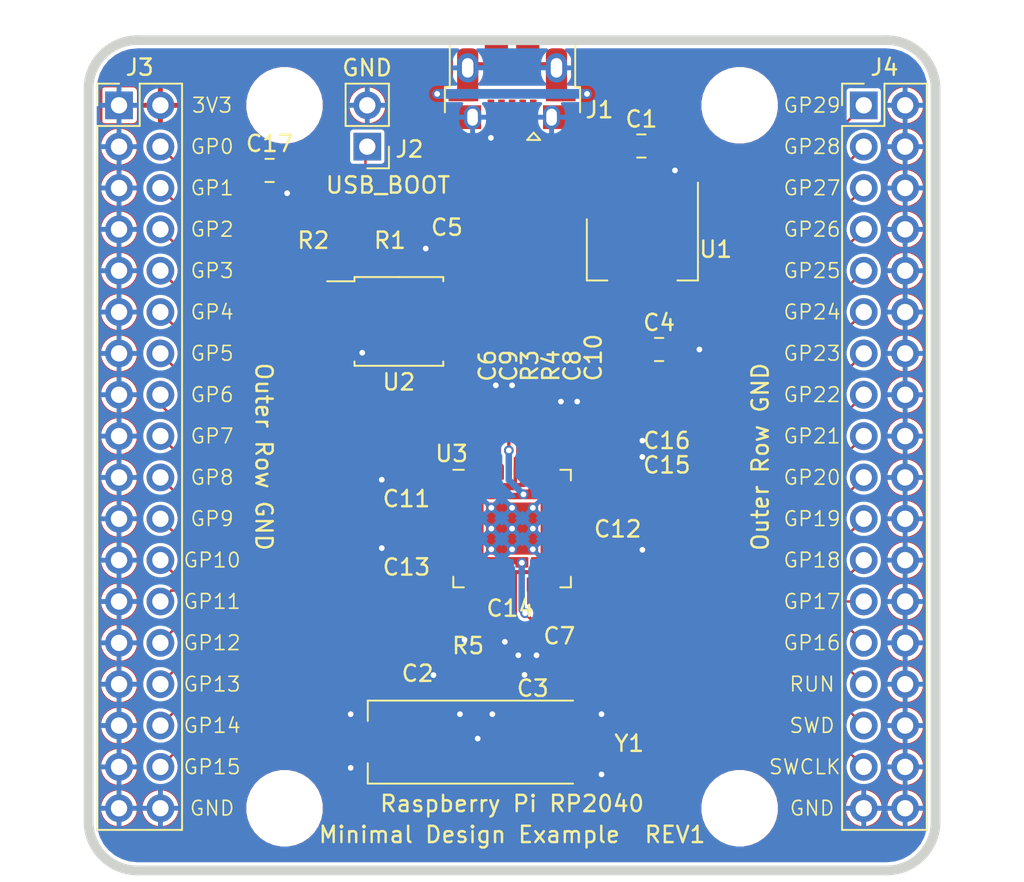
<source format=kicad_pcb>
(kicad_pcb (version 20210606) (generator pcbnew)
  (title_block (title "RP2040 Minimal Design Example") (date "2020-07-13") (rev "REV1") (company "Raspberry Pi (Trading) Ltd"))
  (layers (0 "F.Cu" signal) (31 "B.Cu" signal) (34 "B.Paste" user) (35 "F.Paste" user) (36 "B.SilkS" user "B.Silkscreen") (37 "F.SilkS" user "F.Silkscreen") (38 "B.Mask" user) (39 "F.Mask" user) (44 "Edge.Cuts" user))
  (net 0 "")
  (net 1 "GND")
  (net 2 "VBUS")
  (net 3 "/XIN")
  (net 4 "/XOUT")
  (net 5 "+3V3")
  (net 6 "+1V1")
  (net 7 "Net-(J1-Pad4)")
  (net 8 "/~USB_BOOT")
  (net 9 "/GPIO15")
  (net 10 "/GPIO14")
  (net 11 "/GPIO13")
  (net 12 "/GPIO12")
  (net 13 "/GPIO11")
  (net 14 "/GPIO10")
  (net 15 "/GPIO9")
  (net 16 "/GPIO8")
  (net 17 "/GPIO7")
  (net 18 "/GPIO6")
  (net 19 "/GPIO5")
  (net 20 "/GPIO4")
  (net 21 "/GPIO3")
  (net 22 "/GPIO2")
  (net 23 "/GPIO1")
  (net 24 "/GPIO0")
  (net 25 "/GPIO29_ADC3")
  (net 26 "/GPIO28_ADC2")
  (net 27 "/GPIO27_ADC1")
  (net 28 "/GPIO26_ADC0")
  (net 29 "/GPIO25")
  (net 30 "/GPIO24")
  (net 31 "/GPIO23")
  (net 32 "/GPIO22")
  (net 33 "/GPIO21")
  (net 34 "/GPIO20")
  (net 35 "/GPIO19")
  (net 36 "/GPIO18")
  (net 37 "/GPIO17")
  (net 38 "/GPIO16")
  (net 39 "/RUN")
  (net 40 "/SWD")
  (net 41 "/SWCLK")
  (net 42 "/QSPI_SS")
  (net 43 "Net-(R3-Pad2)")
  (net 44 "Net-(R4-Pad2)")
  (net 45 "/QSPI_SD3")
  (net 46 "/QSPI_SCLK")
  (net 47 "/QSPI_SD0")
  (net 48 "/QSPI_SD2")
  (net 49 "/QSPI_SD1")
  (net 50 "/USB_D+")
  (net 51 "/USB_D-")
  (net 52 "Net-(C3-Pad1)")
  (footprint "Capacitor_SMD:C_0805_2012Metric" (layer "F.Cu") (at 109.025 89)
    (fp_text reference "C4")
    (fp_text value "10u")
  )
  (footprint "RP2040_minimal:USB_Micro-B_Amphenol_10103594-0001LF_Horizontal_modified" (layer "F.Cu") (at 100 71.7 180)
    (fp_text reference "J1")
    (fp_text value "USB_B_Micro")
  )
  (footprint "Connector_PinHeader_2.54mm:PinHeader_1x02_P2.54mm_Vertical" (layer "F.Cu") (at 91.11 76.54 180)
    (fp_text reference "J2")
    (fp_text value "Conn_01x02")
  )
  (footprint "Connector_PinHeader_2.54mm:PinHeader_2x18_P2.54mm_Vertical" (layer "F.Cu") (at 75.87 74)
    (fp_text reference "J3")
    (fp_text value "Conn_02x18_Odd_Even")
  )
  (footprint "Capacitor_SMD:C_0402_1005Metric" (layer "F.Cu") (at 104 93.515 90)
    (fp_text reference "C10")
    (fp_text value "1u")
  )
  (footprint "Capacitor_SMD:C_0402_1005Metric" (layer "F.Cu") (at 103 93.515 90)
    (fp_text reference "C8")
    (fp_text value "1u")
  )
  (footprint "Capacitor_SMD:C_0402_1005Metric" (layer "F.Cu") (at 93.515 101.2 180)
    (fp_text reference "C13")
    (fp_text value "100n")
  )
  (footprint "Capacitor_SMD:C_0402_1005Metric" (layer "F.Cu") (at 96.185 82.83 180)
    (fp_text reference "C5")
    (fp_text value "100n")
  )
  (footprint "Capacitor_SMD:C_0402_1005Metric" (layer "F.Cu") (at 89.5 82.315 -90)
    (fp_text reference "R2")
    (fp_text value "DNF")
  )
  (footprint "Connector_PinHeader_2.54mm:PinHeader_2x18_P2.54mm_Vertical" (layer "F.Cu") (at 121.59 74)
    (fp_text reference "J4")
    (fp_text value "Conn_02x18_Odd_Even")
  )
  (footprint "Package_TO_SOT_SMD:SOT-223-3_TabPin2" (layer "F.Cu") (at 108 82.85 -90)
    (fp_text reference "U1")
    (fp_text value "NCP1117-3.3_SOT223")
  )
  (footprint "Package_SO:SOIC-8_5.23x5.23mm_P1.27mm" (layer "F.Cu") (at 93.05 87.275)
    (fp_text reference "U2")
    (fp_text value "W25Q128JVS")
  )
  (footprint "Capacitor_SMD:C_0402_1005Metric" (layer "F.Cu") (at 99.485 109)
    (fp_text reference "C3")
    (fp_text value "27p")
  )
  (footprint "Capacitor_SMD:C_0402_1005Metric" (layer "F.Cu") (at 91 82.315 90)
    (fp_text reference "R1")
    (fp_text value "1k")
  )
  (footprint "Capacitor_SMD:C_0402_1005Metric" (layer "F.Cu") (at 100 92.515 90)
    (fp_text reference "C9")
    (fp_text value "100n")
  )
  (footprint "Capacitor_SMD:C_0402_1005Metric" (layer "F.Cu") (at 106.485 101.2)
    (fp_text reference "C12")
    (fp_text value "100n")
  )
  (footprint "Capacitor_SMD:C_0402_1005Metric" (layer "F.Cu") (at 100.381 106.485 -90)
    (fp_text reference "C14")
    (fp_text value "100n")
  )
  (footprint "Capacitor_SMD:C_0402_1005Metric" (layer "F.Cu") (at 101 93.515 -90)
    (fp_text reference "R3")
    (fp_text value "27")
  )
  (footprint "Capacitor_SMD:C_0402_1005Metric" (layer "F.Cu") (at 101.5 106.485 -90)
    (fp_text reference "C7")
    (fp_text value "100n")
  )
  (footprint "Capacitor_SMD:C_0805_2012Metric" (layer "F.Cu") (at 107.9375 76.5)
    (fp_text reference "C1")
    (fp_text value "10u")
  )
  (footprint "Capacitor_SMD:C_0402_1005Metric" (layer "F.Cu") (at 93.515 97 180)
    (fp_text reference "C11")
    (fp_text value "100n")
  )
  (footprint "Capacitor_SMD:C_0402_1005Metric" (layer "F.Cu") (at 106.485 94.6)
    (fp_text reference "C16")
    (fp_text value "100n")
  )
  (footprint "RP2040_minimal:RP2040-QFN-56" (layer "F.Cu") (at 100 100)
    (fp_text reference "U3")
    (fp_text value "RP2040")
  )
  (footprint "Capacitor_SMD:C_0402_1005Metric" (layer "F.Cu") (at 96.515 109 180)
    (fp_text reference "C2")
    (fp_text value "27p")
  )
  (footprint "MountingHole:MountingHole_2.7mm_M2.5" (layer "F.Cu") (at 113.97 74)
    (fp_text reference "H2" hide)
    (fp_text value "MountingHole")
  )
  (footprint "Capacitor_SMD:C_0402_1005Metric" (layer "F.Cu") (at 102 93.515 -90)
    (fp_text reference "R4")
    (fp_text value "27")
  )
  (footprint "MountingHole:MountingHole_2.7mm_M2.5" (layer "F.Cu") (at 113.97 117.18)
    (fp_text reference "H3" hide)
    (fp_text value "MountingHole")
  )
  (footprint "Capacitor_SMD:C_0402_1005Metric" (layer "F.Cu") (at 99 92.515 90)
    (fp_text reference "C6")
    (fp_text value "100n")
  )
  (footprint "Capacitor_SMD:C_0402_1005Metric" (layer "F.Cu") (at 106.485 96)
    (fp_text reference "C15")
    (fp_text value "100n")
  )
  (footprint "Capacitor_SMD:C_0402_1005Metric" (layer "F.Cu") (at 98.7 107.115 -90)
    (fp_text reference "R5")
    (fp_text value "1k")
  )
  (footprint "MountingHole:MountingHole_2.7mm_M2.5" (layer "F.Cu") (at 86.03 74)
    (fp_text reference "H1" hide)
    (fp_text value "MountingHole")
  )
  (footprint "MountingHole:MountingHole_2.7mm_M2.5" (layer "F.Cu") (at 86.03 117.18)
    (fp_text reference "H4" hide)
    (fp_text value "MountingHole")
  )
  (footprint "RP2040_minimal:Crystal_SMD_HC49-US" (layer "F.Cu") (at 97.841 113.116)
    (fp_text reference "Y1")
    (fp_text value "ABLS-12.000MHZ-B4-T")
  )
  (footprint "Capacitor_SMD:C_0805_2012Metric" (layer "F.Cu") (at 85.115 78)
    (fp_text reference "C17")
    (fp_text value "10u")
  )
  (gr_line (start 123 121) (end 77 121) (layer "Edge.Cuts") (width 0.6))
  (gr_line (start 126 73) (end 126 118) (layer "Edge.Cuts") (width 0.6))
  (gr_line (start 77 70) (end 123 70) (layer "Edge.Cuts") (width 0.6))
  (gr_line (start 74 118) (end 74 73) (layer "Edge.Cuts") (width 0.6))
  (gr_arc (start 77 73) (end 77 70) (angle -90) (layer "Edge.Cuts") (width 0.6))
  (gr_arc (start 77 118) (end 74 118) (angle -90) (layer "Edge.Cuts") (width 0.6))
  (gr_arc (start 123 73) (end 126 73) (angle -90) (layer "Edge.Cuts") (width 0.6))
  (gr_arc (start 123 118) (end 123 121) (angle -90) (layer "Edge.Cuts") (width 0.6))
  (gr_text "GP1" (at 81.585 79.08) (layer "F.SilkS") (effects (font (size 0.9 0.9) (thickness 0.1))))
  (gr_text "GP2" (at 81.585 81.62) (layer "F.SilkS") (effects (font (size 0.9 0.9) (thickness 0.1))))
  (gr_text "GP3" (at 81.585 84.16) (layer "F.SilkS") (effects (font (size 0.9 0.9) (thickness 0.1))))
  (gr_text "GP4" (at 81.585 86.7) (layer "F.SilkS") (effects (font (size 0.9 0.9) (thickness 0.1))))
  (gr_text "GP5" (at 81.585 89.24) (layer "F.SilkS") (effects (font (size 0.9 0.9) (thickness 0.1))))
  (gr_text "GP6" (at 81.585 91.78) (layer "F.SilkS") (effects (font (size 0.9 0.9) (thickness 0.1))))
  (gr_text "GP7" (at 81.585 94.32) (layer "F.SilkS") (effects (font (size 0.9 0.9) (thickness 0.1))))
  (gr_text "GP8" (at 81.585 96.86) (layer "F.SilkS") (effects (font (size 0.9 0.9) (thickness 0.1))))
  (gr_text "GP9" (at 81.585 99.4) (layer "F.SilkS") (effects (font (size 0.9 0.9) (thickness 0.1))))
  (gr_text "GP11" (at 81.585 104.48) (layer "F.SilkS") (effects (font (size 0.9 0.9) (thickness 0.1))))
  (gr_text "GP10" (at 81.585 101.94) (layer "F.SilkS") (effects (font (size 0.9 0.9) (thickness 0.1))))
  (gr_text "GP12" (at 81.585 107.02) (layer "F.SilkS") (effects (font (size 0.9 0.9) (thickness 0.1))))
  (gr_text "GP13" (at 81.585 109.56) (layer "F.SilkS") (effects (font (size 0.9 0.9) (thickness 0.1))))
  (gr_text "GP15" (at 81.585 114.64) (layer "F.SilkS") (effects (font (size 0.9 0.9) (thickness 0.1))))
  (gr_text "GP14" (at 81.585 112.1) (layer "F.SilkS") (effects (font (size 0.9 0.9) (thickness 0.1))))
  (gr_text "GP28" (at 118.415 76.54) (layer "F.SilkS") (effects (font (size 0.9 0.9) (thickness 0.1))))
  (gr_text "GP27" (at 118.415 79.08) (layer "F.SilkS") (effects (font (size 0.9 0.9) (thickness 0.1))))
  (gr_text "GP26" (at 118.415 81.62) (layer "F.SilkS") (effects (font (size 0.9 0.9) (thickness 0.1))))
  (gr_text "GP25" (at 118.415 84.16) (layer "F.SilkS") (effects (font (size 0.9 0.9) (thickness 0.1))))
  (gr_text "GP24" (at 118.415 86.7) (layer "F.SilkS") (effects (font (size 0.9 0.9) (thickness 0.1))))
  (gr_text "GP23" (at 118.415 89.24) (layer "F.SilkS") (effects (font (size 0.9 0.9) (thickness 0.1))))
  (gr_text "GP21" (at 118.415 94.32) (layer "F.SilkS") (effects (font (size 0.9 0.9) (thickness 0.1))))
  (gr_text "GP20" (at 118.415 96.86) (layer "F.SilkS") (effects (font (size 0.9 0.9) (thickness 0.1))))
  (gr_text "GP19" (at 118.415 99.4) (layer "F.SilkS") (effects (font (size 0.9 0.9) (thickness 0.1))))
  (gr_text "GP17" (at 118.415 104.48) (layer "F.SilkS") (effects (font (size 0.9 0.9) (thickness 0.1))))
  (gr_text "GP22" (at 118.415 91.78) (layer "F.SilkS") (effects (font (size 0.9 0.9) (thickness 0.1))))
  (gr_text "GP18" (at 118.415 101.94) (layer "F.SilkS") (effects (font (size 0.9 0.9) (thickness 0.1))))
  (gr_text "SWCLK" (at 117.9705 114.64) (layer "F.SilkS") (effects (font (size 0.9 0.9) (thickness 0.1))))
  (gr_text "SWD" (at 118.415 112.1) (layer "F.SilkS") (effects (font (size 0.9 0.9) (thickness 0.1))))
  (gr_text "GP16" (at 118.415 107.02) (layer "F.SilkS") (effects (font (size 0.9 0.9) (thickness 0.1))))
  (gr_text "RUN" (at 118.415 109.56) (layer "F.SilkS") (effects (font (size 0.9 0.9) (thickness 0.1))))
  (gr_text "GND" (at 81.585 117.18) (layer "F.SilkS") (effects (font (size 0.9 0.9) (thickness 0.1))))
  (gr_text "GND" (at 118.415 117.18) (layer "F.SilkS") (effects (font (size 0.9 0.9) (thickness 0.1))))
  (gr_text "GP29" (at 118.415 74) (layer "F.SilkS") (effects (font (size 0.9 0.9) (thickness 0.1))))
  (gr_text "Outer Row GND" (at 84.76 95.59 270) (layer "F.SilkS") (effects (font (size 1 1))))
  (gr_text "Outer Row GND" (at 115.24 95.59 90) (layer "F.SilkS") (effects (font (size 1 1))))
  (gr_text "Raspberry Pi RP2040" (at 100 116.9) (layer "F.SilkS") (effects (font (size 1 1))))
  (gr_text "3V3" (at 81.585 74) (layer "F.SilkS") (effects (font (size 0.9 0.9) (thickness 0.1))))
  (gr_text "Minimal Design Example  REV1" (at 100 118.8) (layer "F.SilkS") (effects (font (size 1 1))))
  (gr_text "\nUSB_BOOT" (at 92.38 78.1) (layer "F.SilkS") (effects (font (size 1 1))))
  (gr_text "GP0" (at 81.585 76.54) (layer "F.SilkS") (effects (font (size 0.9 0.9) (thickness 0.1))))
  (gr_text "GND" (at 91.1 71.7) (layer "F.SilkS") (effects (font (size 1 1))))
  (segment (start 93.03 101.2) (end 92 101.2) (width 0.2) (layer "F.Cu") (net 1))
  (segment (start 95.375 82.8) (end 94.7 82.8) (width 0.2) (layer "F.Cu") (net 1))
  (segment (start 96.8 111.65) (end 96.8 110.599974) (width 0.2) (layer "F.Cu") (net 1))
  (segment (start 101.5 106.97) (end 101.5 107.782004) (width 0.2) (layer "F.Cu") (net 1))
  (segment (start 100.381 106.97) (end 100.381 107.781984) (width 0.2) (layer "F.Cu") (net 1))
  (segment (start 95.405 82.83) (end 95.375 82.8) (width 0.2) (layer "F.Cu") (net 1))
  (segment (start 99.97 108.68) (end 99.5555 108.2655) (width 0.15) (layer "F.Cu") (net 1))
  (segment (start 100.381 107.781984) (end 100.380994 107.78199) (width 0.2) (layer "F.Cu") (net 1))
  (segment (start 100.96 71.45) (end 102.46 71.45) (width 0.2) (layer "F.Cu") (net 1))
  (segment (start 110.05 89) (end 111.5 89) (width 0.2) (layer "F.Cu") (net 1))
  (segment (start 106.97 94.6) (end 108 94.6) (width 0.2) (layer "F.Cu") (net 1))
  (segment (start 108.875 76.5) (end 108.875 76.875) (width 0.2) (layer "F.Cu") (net 1))
  (segment (start 97.079 106.5755) (end 97.079 106.8295) (width 0.15) (layer "F.Cu") (net 1))
  (segment (start 96.03 109) (end 95.174 109) (width 0.2) (layer "F.Cu") (net 1))
  (segment (start 102.46 71.45) (end 102.73 71.72) (width 0.2) (layer "F.Cu") (net 1))
  (segment (start 110.3 79.7) (end 110.3 78.3) (width 0.2) (layer "F.Cu") (net 1))
  (segment (start 86.14 78.95) (end 86.19 79) (width 0.15) (layer "F.Cu") (net 1))
  (segment (start 99 104.6545) (end 97.079 106.5755) (width 0.15) (layer "F.Cu") (net 1))
  (segment (start 99 92.03) (end 99 91.200008) (width 0.2) (layer "F.Cu") (net 1))
  (segment (start 86.19 79) (end 86.19 79.1) (width 0.15) (layer "F.Cu") (net 1))
  (segment (start 97.54 71.45) (end 97.27 71.72) (width 0.2) (layer "F.Cu") (net 1))
  (segment (start 108.875 76.875) (end 110 78) (width 0.2) (layer "F.Cu") (net 1))
  (segment (start 99.5555 108.2655) (end 99.5555 108.0995) (width 0.15) (layer "F.Cu") (net 1))
  (segment (start 107.075 101.305) (end 108 101.305) (width 0.2) (layer "F.Cu") (net 1))
  (segment (start 89.45 89.18) (end 90.78 89.18) (width 0.2) (layer "F.Cu") (net 1))
  (segment (start 104 93.03) (end 104 92.2) (width 0.2) (layer "F.Cu") (net 1))
  (segment (start 99.97 109) (end 100.7505 109) (width 0.15) (layer "F.Cu") (net 1))
  (segment (start 99 113.35) (end 99 114.4) (width 0.2) (layer "F.Cu") (net 1))
  (segment (start 93.03 97) (end 92 97) (width 0.2) (layer "F.Cu") (net 1))
  (segment (start 100 92.03) (end 100 91.2) (width 0.2) (layer "F.Cu") (net 1))
  (segment (start 86.14 78) (end 86.14 79.25) (width 0.15) (layer "F.Cu") (net 1))
  (segment (start 99.97 109) (end 99.97 108.68) (width 0.15) (layer "F.Cu") (net 1))
  (segment (start 90.78 89.18) (end 90.8 89.2) (width 0.2) (layer "F.Cu") (net 1))
  (segment (start 99.04 71.45) (end 97.54 71.45) (width 0.2) (layer "F.Cu") (net 1))
  (segment (start 103 93.03) (end 103 92.2) (width 0.2) (layer "F.Cu") (net 1))
  (segment (start 106.97 96) (end 107.6 96) (width 0.15) (layer "F.Cu") (net 1))
  (segment (start 99 103.4375) (end 99 104.6545) (width 0.15) (layer "F.Cu") (net 1))
  (segment (start 95.7 82.83) (end 95.405 82.83) (width 0.2) (layer "F.Cu") (net 1))
  (segment (start 110.3 78.3) (end 110 78) (width 0.2) (layer "F.Cu") (net 1))
  (segment (start 98.7 74.6) (end 98.7 76) (width 0.2) (layer "F.Cu") (net 1))
  (segment (start 107.6 96) (end 108 95.6) (width 0.15) (layer "F.Cu") (net 1))
  (segment (start 106.97 101.2) (end 107.075 101.305) (width 0.2) (layer "F.Cu") (net 1))
  (segment (start 100.7505 109) (end 100.762 108.9885) (width 0.15) (layer "F.Cu") (net 1))
  (via (at 99.5555 106.9565) (size 0.6) (drill 0.35) (layers "F.Cu" "B.Cu") (net 1))
  (via (at 97.89 112.9) (size 0.6) (drill 0.35) (layers "F.Cu" "B.Cu") (net 1))
  (via (at 98.79 111.4) (size 0.6) (drill 0.35) (layers "F.Cu" "B.Cu") (net 1))
  (via (at 90.09 114.7) (size 0.6) (drill 0.35) (layers "F.Cu" "B.Cu") (net 1))
  (via (at 90.09 111.4) (size 0.6) (drill 0.35) (layers "F.Cu" "B.Cu") (net 1))
  (via (at 105.49 111.4) (size 0.6) (drill 0.35) (layers "F.Cu" "B.Cu") (net 1))
  (via (at 108 101.305) (size 0.6) (drill 0.35) (layers "F.Cu" "B.Cu") (net 1))
  (via (at 97.079 106.8295) (size 0.6) (drill 0.35) (layers "F.Cu" "B.Cu") (net 1))
  (via (at 103 92.2) (size 0.6) (drill 0.35) (layers "F.Cu" "B.Cu") (net 1))
  (via (at 100.762 108.9885) (size 0.6) (drill 0.35) (layers "F.Cu" "B.Cu") (net 1))
  (via (at 108 95.6) (size 0.6) (drill 0.35) (layers "F.Cu" "B.Cu") (net 1))
  (via (at 110 78) (size 0.6) (drill 0.35) (layers "F.Cu" "B.Cu") (net 1))
  (via (at 100 91.2) (size 0.6) (drill 0.35) (layers "F.Cu" "B.Cu") (net 1))
  (via (at 90.8 89.2) (size 0.6) (drill 0.35) (layers "F.Cu" "B.Cu") (net 1))
  (via (at 111.5 89) (size 0.6) (drill 0.35) (layers "F.Cu" "B.Cu") (net 1))
  (via (at 96.8 111.4) (size 0.6) (drill 0.35) (layers "F.Cu" "B.Cu") (net 1))
  (via (at 92 97) (size 0.6) (drill 0.35) (layers "F.Cu" "B.Cu") (net 1))
  (via (at 94.7 82.8) (size 0.6) (drill 0.35) (layers "F.Cu" "B.Cu") (net 1))
  (via (at 108 94.6) (size 0.6) (drill 0.35) (layers "F.Cu" "B.Cu") (net 1))
  (via (at 98.7 76) (size 0.6) (drill 0.35) (layers "F.Cu" "B.Cu") (net 1))
  (via (at 92 101.2) (size 0.6) (drill 0.35) (layers "F.Cu" "B.Cu") (net 1))
  (via (at 104 92.2) (size 0.6) (drill 0.35) (layers "F.Cu" "B.Cu") (net 1))
  (via (at 101.5 107.782004) (size 0.6) (drill 0.35) (layers "F.Cu" "B.Cu") (net 1))
  (via (at 100.380994 107.78199) (size 0.6) (drill 0.35) (layers "F.Cu" "B.Cu") (net 1))
  (via (at 105.49 115.1) (size 0.6) (drill 0.35) (layers "F.Cu" "B.Cu") (net 1))
  (via (at 99 91.200008) (size 0.6) (drill 0.35) (layers "F.Cu" "B.Cu") (net 1))
  (via (at 95.174 109) (size 0.6) (drill 0.35) (layers "F.Cu" "B.Cu") (net 1))
  (via (at 86.19 79.4) (size 0.6) (drill 0.35) (layers "F.Cu" "B.Cu") (net 1))
  (segment (start 103.8 93) (end 103.299999 92.499999) (width 0.2) (layer "B.Cu") (net 1))
  (segment (start 103.299999 92.499999) (end 103 92.2) (width 0.2) (layer "B.Cu") (net 1))
  (segment (start 104 93) (end 103.8 93) (width 0.2) (layer "B.Cu") (net 1))
  (segment (start 101.3 74.525) (end 101.3 75.5) (width 0.4) (layer "F.Cu") (net 2))
  (segment (start 101.3 75.5) (end 102.1 76.3) (width 0.4) (layer "F.Cu") (net 2))
  (segment (start 97.6505 109.6505) (end 97.6505 111.7825) (width 0.15) (layer "F.Cu") (net 3))
  (segment (start 99.4 103.4375) (end 99.4 104.937861) (width 0.15) (layer "F.Cu") (net 3))
  (segment (start 97 109) (end 97.6505 109.6505) (width 0.15) (layer "F.Cu") (net 3))
  (segment (start 99.4 104.937861) (end 97.8 106.537861) (width 0.15) (layer "F.Cu") (net 3))
  (segment (start 97.8 108.2) (end 97 109) (width 0.15) (layer "F.Cu") (net 3))
  (segment (start 97.8 106.537861) (end 97.8 108.2) (width 0.15) (layer "F.Cu") (net 3))
  (segment (start 96.317 113.116) (end 93.341 113.116) (width 0.15) (layer "F.Cu") (net 3))
  (segment (start 97.6505 111.7825) (end 96.317 113.116) (width 0.15) (layer "F.Cu") (net 3))
  (segment (start 99.8 103.4375) (end 99.8 105.1) (width 0.15) (layer "F.Cu") (net 4))
  (segment (start 99.8 105.1) (end 98.7 106.2) (width 0.15) (layer "F.Cu") (net 4))
  (segment (start 98.7 106.2) (end 98.7 106.63) (width 0.15) (layer "F.Cu") (net 4))
  (segment (start 102.2 96.1) (end 103.6 94.7) (width 0.2) (layer "F.Cu") (net 5))
  (segment (start 101.096505 108.307005) (end 102.141995 108.307005) (width 0.15) (layer "F.Cu") (net 5))
  (segment (start 100.350001 95.549999) (end 100.2 95.7) (width 0.2) (layer "F.Cu") (net 5))
  (segment (start 96.65 85.37) (end 96.65 82.85) (width 0.2) (layer "F.Cu") (net 5))
  (segment (start 103.4375 101) (end 102.6 101) (width 0.2) (layer "F.Cu") (net 5))
  (segment (start 103.4375 101) (end 105.8 101) (width 0.2) (layer "F.Cu") (net 5))
  (segment (start 100 93) (end 100 93.762534) (width 0.2) (layer "F.Cu") (net 5))
  (segment (start 100.6 96.5625) (end 100.6 95.799998) (width 0.2) (layer "F.Cu") (net 5))
  (segment (start 103.4375 97.4) (end 102.6 97.4) (width 0.2) (layer "F.Cu") (net 5))
  (segment (start 100.2 105.5055) (end 100.381 105.6865) (width 0.2) (layer "F.Cu") (net 5))
  (segment (start 108 86) (end 108 89) (width 0.2) (layer "F.Cu") (net 5))
  (segment (start 100.701 106) (end 100.9525 106.2515) (width 0.15) (layer "F.Cu") (net 5))
  (segment (start 102.2 97.2) (end 102.4 97.4) (width 0.2) (layer "F.Cu") (net 5))
  (segment (start 100.2 97.4) (end 100.2 97) (width 0.2) (layer "F.Cu") (net 5))
  (segment (start 96.5625 97.4) (end 97.4 97.4) (width 0.2) (layer "F.Cu") (net 5))
  (segment (start 96.5625 97.4) (end 95.7 97.4) (width 0.2) (layer "F.Cu") (net 5))
  (segment (start 102.6 96.5625) (end 102.6 97.4) (width 0.2) (layer "F.Cu") (net 5))
  (segment (start 100.2 102.8) (end 100 102.6) (width 0.2) (layer "F.Cu") (net 5))
  (segment (start 100.2 95.7) (end 100.2 96.5625) (width 0.2) (layer "F.Cu") (net 5))
  (segment (start 100.6 95.799998) (end 100.350001 95.549999) (width 0.2) (layer "F.Cu") (net 5))
  (segment (start 96.65 82.85) (end 96.67 82.83) (width 0.2) (layer "F.Cu") (net 5))
  (segment (start 96.5625 101) (end 94.2 101) (width 0.2) (layer "F.Cu") (net 5))
  (segment (start 100.6 96.5625) (end 100.6 97.2) (width 0.2) (layer "F.Cu") (net 5))
  (segment (start 100.9525 106.2515) (end 100.9525 108.163) (width 0.15) (layer "F.Cu") (net 5))
  (segment (start 100.2 96.5625) (end 100.2 97.4) (width 0.2) (layer "F.Cu") (net 5))
  (segment (start 100.350001 94.112535) (end 100.350001 95.549999) (width 0.2) (layer "F.Cu") (net 5))
  (segment (start 102.2 96.5625) (end 102.2 96.1) (width 0.2) (layer "F.Cu") (net 5))
  (segment (start 105.8 101) (end 106 101.2) (width 0.2) (layer "F.Cu") (net 5))
  (segment (start 74.7 72.9) (end 74.7 75.2) (width 0.3) (layer "F.Cu") (net 5))
  (segment (start 96.5625 101) (end 97.4 101) (width 0.2) (layer "F.Cu") (net 5))
  (segment (start 94.2 101) (end 94 101.2) (width 0.2) (layer "F.Cu") (net 5))
  (segment (start 100.9525 108.163) (end 101.096505 108.307005) (width 0.15) (layer "F.Cu") (net 5))
  (segment (start 102.2 96.5625) (end 102.2 97.2) (width 0.2) (layer "F.Cu") (net 5))
  (segment (start 100.6 97.2) (end 100.4 97.4) (width 0.2) (layer "F.Cu") (net 5))
  (segment (start 100.2 103.4375) (end 100.2 102.8) (width 0.2) (layer "F.Cu") (net 5))
  (segment (start 100.381 105.6865) (end 100.381 106) (width 0.2) (layer "F.Cu") (net 5))
  (segment (start 100.2 103.4375) (end 100.2 105.5055) (width 0.2) (layer "F.Cu") (net 5))
  (segment (start 100.381 106) (end 100.701 106) (width 0.15) (layer "F.Cu") (net 5))
  (segment (start 100 93.762534) (end 100.350001 94.112535) (width 0.2) (layer "F.Cu") (net 5))
  (via (at 95.4 73.3) (size 0.6) (drill 0.35) (layers "F.Cu" "B.Cu") (net 5))
  (via (at 104.6 73.3) (size 0.6) (drill 0.35) (layers "F.Cu" "B.Cu") (net 5))
  (segment (start 104.6 73.3) (end 95.4 73.3) (width 0.6) (layer "B.Cu") (net 5))
  (segment (start 99.8 96.5625) (end 99.8 95.199994) (width 0.2) (layer "F.Cu") (net 6))
  (segment (start 100.6 103.4375) (end 100.6 105) (width 0.2) (layer "F.Cu") (net 6))
  (segment (start 99.8 94.77573) (end 99.8 95.199994) (width 0.2) (layer "F.Cu") (net 6))
  (segment (start 99 93.295) (end 99.8 94.095) (width 0.2) (layer "F.Cu") (net 6))
  (segment (start 101.8 95.8) (end 103 94.6) (width 0.2) (layer "F.Cu") (net 6))
  (segment (start 101.5 105.9) (end 100.8 105.2) (width 0.2) (layer "F.Cu") (net 6))
  (segment (start 100.6 105) (end 100.8 105.2) (width 0.2) (layer "F.Cu") (net 6))
  (segment (start 101.8 96.5625) (end 101.8 95.8) (width 0.2) (layer "F.Cu") (net 6))
  (segment (start 101.5 106) (end 101.5 105.9) (width 0.2) (layer "F.Cu") (net 6))
  (segment (start 100.5 97.9) (end 100.7 97.9) (width 0.15) (layer "F.Cu") (net 6))
  (segment (start 103 94.6) (end 103 94) (width 0.2) (layer "F.Cu") (net 6))
  (segment (start 101.8 96.5625) (end 101.8 97.4) (width 0.2) (layer "F.Cu") (net 6))
  (segment (start 100.4 98) (end 100.5 97.9) (width 0.15) (layer "F.Cu") (net 6))
  (segment (start 99.8 94.095) (end 99.8 94.77573) (width 0.2) (layer "F.Cu") (net 6))
  (segment (start 99 93) (end 99 93.295) (width 0.2) (layer "F.Cu") (net 6))
  (via (at 99.8 95.199994) (size 0.6) (drill 0.35) (layers "F.Cu" "B.Cu") (net 6))
  (via (at 100.8 105.2) (size 0.6) (drill 0.35) (layers "F.Cu" "B.Cu") (net 6))
  (via (at 100.59997 102.1) (size 0.6) (drill 0.35) (layers "F.Cu" "B.Cu") (net 6))
  (via (at 100.7 97.9) (size 0.6) (drill 0.35) (layers "F.Cu" "B.Cu") (net 6))
  (segment (start 99.8 95.199994) (end 99.8 97.01) (width 0.4) (layer "B.Cu") (net 6))
  (segment (start 100.8 105.2) (end 100.59 104.99) (width 0.4) (layer "B.Cu") (net 6))
  (segment (start 100.59 102.10997) (end 100.59997 102.1) (width 0.4) (layer "B.Cu") (net 6))
  (segment (start 99.8 97.01) (end 100.69 97.9) (width 0.4) (layer "B.Cu") (net 6))
  (segment (start 100.69 97.9) (end 100.7 97.9) (width 0.4) (layer "B.Cu") (net 6))
  (segment (start 100.59 104.99) (end 100.59 102.10997) (width 0.4) (layer "B.Cu") (net 6))
  (segment (start 91 76.65) (end 91.11 76.54) (width 0.15) (layer "F.Cu") (net 8))
  (segment (start 91 81.83) (end 91 76.65) (width 0.15) (layer "F.Cu") (net 8))
  (segment (start 96.687861 106.35) (end 86.7 106.35) (width 0.15) (layer "F.Cu") (net 9))
  (segment (start 86.7 106.35) (end 78.41 114.64) (width 0.15) (layer "F.Cu") (net 9))
  (segment (start 98.6 103.4375) (end 98.6 104.437861) (width 0.15) (layer "F.Cu") (net 9))
  (segment (start 98.6 104.437861) (end 96.687861 106.35) (width 0.15) (layer "F.Cu") (net 9))
  (segment (start 96.675 105.715) (end 84.795 105.715) (width 0.15) (layer "F.Cu") (net 10))
  (segment (start 98.2 103.4375) (end 98.2 104.19) (width 0.15) (layer "F.Cu") (net 10))
  (segment (start 84.795 105.715) (end 78.41 112.1) (width 0.15) (layer "F.Cu") (net 10))
  (segment (start 98.2 104.19) (end 96.675 105.715) (width 0.15) (layer "F.Cu") (net 10))
  (segment (start 82.89 105.08) (end 78.41 109.56) (width 0.15) (layer "F.Cu") (net 11))
  (segment (start 97.8 103.875) (end 96.595 105.08) (width 0.15) (layer "F.Cu") (net 11))
  (segment (start 97.8 103.4375) (end 97.8 103.875) (width 0.15) (layer "F.Cu") (net 11))
  (segment (start 96.595 105.08) (end 82.89 105.08) (width 0.15) (layer "F.Cu") (net 11))
  (segment (start 97.3 103.5375) (end 97.0975 103.5375) (width 0.15) (layer "F.Cu") (net 12))
  (segment (start 96.19 104.445) (end 80.985 104.445) (width 0.15) (layer "F.Cu") (net 12))
  (segment (start 97.0975 103.5375) (end 96.19 104.445) (width 0.15) (layer "F.Cu") (net 12))
  (segment (start 80.985 104.445) (end 78.41 107.02) (width 0.15) (layer "F.Cu") (net 12))
  (segment (start 97.4 103.4375) (end 97.3 103.5375) (width 0.15) (layer "F.Cu") (net 12))
  (segment (start 96.13 102.6) (end 94.92 103.81) (width 0.15) (layer "F.Cu") (net 13))
  (segment (start 96.5625 102.6) (end 96.13 102.6) (width 0.15) (layer "F.Cu") (net 13))
  (segment (start 94.92 103.81) (end 79.08 103.81) (width 0.15) (layer "F.Cu") (net 13))
  (segment (start 79.08 103.81) (end 78.41 104.48) (width 0.15) (layer "F.Cu") (net 13))
  (segment (start 94.285 103.175) (end 79.645 103.175) (width 0.15) (layer "F.Cu") (net 14))
  (segment (start 96.5625 102.2) (end 95.26 102.2) (width 0.15) (layer "F.Cu") (net 14))
  (segment (start 95.26 102.2) (end 94.285 103.175) (width 0.15) (layer "F.Cu") (net 14))
  (segment (start 79.645 103.175) (end 78.41 101.94) (width 0.15) (layer "F.Cu") (net 14))
  (segment (start 81.55 102.54) (end 78.41 99.4) (width 0.15) (layer "F.Cu") (net 15))
  (segment (start 96.5625 101.8) (end 95.025 101.8) (width 0.15) (layer "F.Cu") (net 15))
  (segment (start 94.285 102.54) (end 81.55 102.54) (width 0.15) (layer "F.Cu") (net 15))
  (segment (start 95.025 101.8) (end 94.285 102.54) (width 0.15) (layer "F.Cu") (net 15))
  (segment (start 94.79 101.4) (end 94.285 101.905) (width 0.15) (layer "F.Cu") (net 16))
  (segment (start 94.285 101.905) (end 83.455 101.905) (width 0.15) (layer "F.Cu") (net 16))
  (segment (start 96.5625 101.4) (end 94.79 101.4) (width 0.15) (layer "F.Cu") (net 16))
  (segment (start 83.455 101.905) (end 78.41 96.86) (width 0.15) (layer "F.Cu") (net 16))
  (segment (start 84.69 100.6) (end 78.41 94.32) (width 0.15) (layer "F.Cu") (net 17))
  (segment (start 96.5625 100.6) (end 84.69 100.6) (width 0.15) (layer "F.Cu") (net 17))
  (segment (start 96.5625 100.2) (end 86.23 100.2) (width 0.15) (layer "F.Cu") (net 18))
  (segment (start 78.41 92.38) (end 78.41 91.78) (width 0.15) (layer "F.Cu") (net 18))
  (segment (start 86.23 100.2) (end 78.41 92.38) (width 0.15) (layer "F.Cu") (net 18))
  (segment (start 96.5625 99.8) (end 87.1 99.8) (width 0.15) (layer "F.Cu") (net 19))
  (segment (start 79.68 90.51) (end 78.41 89.24) (width 0.15) (layer "F.Cu") (net 19))
  (segment (start 87.1 99.8) (end 79.68 92.38) (width 0.15) (layer "F.Cu") (net 19))
  (segment (start 79.68 92.38) (end 79.68 90.51) (width 0.15) (layer "F.Cu") (net 19))
  (segment (start 87.97 99.4) (end 80.95 92.38) (width 0.15) (layer "F.Cu") (net 20))
  (segment (start 96.5625 99.4) (end 87.97 99.4) (width 0.15) (layer "F.Cu") (net 20))
  (segment (start 80.95 92.38) (end 80.95 89.24) (width 0.15) (layer "F.Cu") (net 20))
  (segment (start 80.95 89.24) (end 78.41 86.7) (width 0.15) (layer "F.Cu") (net 20))
  (segment (start 88.84 99) (end 82.22 92.38) (width 0.15) (layer "F.Cu") (net 21))
  (segment (start 96.5625 99) (end 88.84 99) (width 0.15) (layer "F.Cu") (net 21))
  (segment (start 82.22 92.38) (end 82.22 87.9525) (width 0.15) (layer "F.Cu") (net 21))
  (segment (start 78.4275 84.16) (end 78.41 84.16) (width 0.15) (layer "F.Cu") (net 21))
  (segment (start 82.22 87.9525) (end 78.4275 84.16) (width 0.15) (layer "F.Cu") (net 21))
  (segment (start 89.71 98.6) (end 83.49 92.38) (width 0.15) (layer "F.Cu") (net 22))
  (segment (start 83.49 92.38) (end 83.49 86.6825) (width 0.15) (layer "F.Cu") (net 22))
  (segment (start 96.5625 98.6) (end 89.71 98.6) (width 0.15) (layer "F.Cu") (net 22))
  (segment (start 83.49 86.6825) (end 78.4275 81.62) (width 0.15) (layer "F.Cu") (net 22))
  (segment (start 78.4275 81.62) (end 78.41 81.62) (width 0.15) (layer "F.Cu") (net 22))
  (segment (start 84.76 92.38) (end 84.76 85.4125) (width 0.15) (layer "F.Cu") (net 23))
  (segment (start 90.58 98.2) (end 84.76 92.38) (width 0.15) (layer "F.Cu") (net 23))
  (segment (start 84.76 85.4125) (end 78.4275 79.08) (width 0.15) (layer "F.Cu") (net 23))
  (segment (start 96.5625 98.2) (end 90.58 98.2) (width 0.15) (layer "F.Cu") (net 23))
  (segment (start 78.4275 79.08) (end 78.41 79.08) (width 0.15) (layer "F.Cu") (net 23))
  (segment (start 86.03 84.16) (end 78.41 76.54) (width 0.15) (layer "F.Cu") (net 24))
  (segment (start 86.03 92.38) (end 86.03 84.16) (width 0.15) (layer "F.Cu") (net 24))
  (segment (start 96.5625 97.8) (end 91.45 97.8) (width 0.15) (layer "F.Cu") (net 24))
  (segment (start 91.45 97.8) (end 86.03 92.38) (width 0.15) (layer "F.Cu") (net 24))
  (segment (start 103.4375 97.8) (end 106.645 97.8) (width 0.15) (layer "F.Cu") (net 25))
  (segment (start 112.065 83.51625) (end 121.58125 74) (width 0.15) (layer "F.Cu") (net 25))
  (segment (start 121.58125 74) (end 121.59 74) (width 0.15) (layer "F.Cu") (net 25))
  (segment (start 112.065 92.38) (end 112.065 83.51625) (width 0.15) (layer "F.Cu") (net 25))
  (segment (start 106.645 97.8) (end 112.065 92.38) (width 0.15) (layer "F.Cu") (net 25))
  (segment (start 103.4375 98.2) (end 107.515 98.2) (width 0.15) (layer "F.Cu") (net 26))
  (segment (start 107.515 98.2) (end 113.335 92.38) (width 0.15) (layer "F.Cu") (net 26))
  (segment (start 120.93 77.2) (end 121.59 76.54) (width 0.15) (layer "F.Cu") (net 26))
  (segment (start 113.335 92.38) (end 113.335 84.795) (width 0.15) (layer "F.Cu") (net 26))
  (segment (start 113.335 84.795) (end 120.93 77.2) (width 0.15) (layer "F.Cu") (net 26))
  (segment (start 114.605 86.065) (end 120.92 79.75) (width 0.15) (layer "F.Cu") (net 27))
  (segment (start 120.92 79.75) (end 121.59 79.08) (width 0.15) (layer "F.Cu") (net 27))
  (segment (start 114.605 92.38) (end 114.605 86.065) (width 0.15) (layer "F.Cu") (net 27))
  (segment (start 108.385 98.6) (end 114.605 92.38) (width 0.15) (layer "F.Cu") (net 27))
  (segment (start 103.4375 98.6) (end 108.385 98.6) (width 0.15) (layer "F.Cu") (net 27))
  (segment (start 103.4375 99) (end 109.2725 99) (width 0.15) (layer "F.Cu") (net 28))
  (segment (start 115.875 92.3975) (end 115.875 87.335) (width 0.15) (layer "F.Cu") (net 28))
  (segment (start 115.875 87.335) (end 120.92 82.29) (width 0.15) (layer "F.Cu") (net 28))
  (segment (start 109.2725 99) (end 115.875 92.3975) (width 0.15) (layer "F.Cu") (net 28))
  (segment (start 120.92 82.29) (end 121.59 81.62) (width 0.15) (layer "F.Cu") (net 28))
  (segment (start 103.4375 99.4) (end 110.125 99.4) (width 0.15) (layer "F.Cu") (net 29))
  (segment (start 117.145 88.605) (end 120.92 84.83) (width 0.15) (layer "F.Cu") (net 29))
  (segment (start 117.145 92.38) (end 117.145 88.605) (width 0.15) (layer "F.Cu") (net 29))
  (segment (start 110.125 99.4) (end 117.145 92.38) (width 0.15) (layer "F.Cu") (net 29))
  (segment (start 120.92 84.83) (end 121.59 84.16) (width 0.15) (layer "F.Cu") (net 29))
  (segment (start 103.4375 99.8) (end 110.995 99.8) (width 0.15) (layer "F.Cu") (net 30))
  (segment (start 118.415 92.38) (end 118.415 89.875) (width 0.15) (layer "F.Cu") (net 30))
  (segment (start 120.92 87.37) (end 121.59 86.7) (width 0.15) (layer "F.Cu") (net 30))
  (segment (start 118.415 89.875) (end 120.92 87.37) (width 0.15) (layer "F.Cu") (net 30))
  (segment (start 110.995 99.8) (end 118.415 92.38) (width 0.15) (layer "F.Cu") (net 30))
  (segment (start 121.59 89.24) (end 119.685 91.145) (width 0.15) (layer "F.Cu") (net 31))
  (segment (start 105.2 100.2) (end 103.4375 100.2) (width 0.15) (layer "F.Cu") (net 31))
  (segment (start 111.865 100.2) (end 105.2 100.2) (width 0.15) (layer "F.Cu") (net 31))
  (segment (start 119.685 91.145) (end 119.685 92.38) (width 0.15) (layer "F.Cu") (net 31))
  (segment (start 119.685 92.38) (end 111.865 100.2) (width 0.15) (layer "F.Cu") (net 31))
  (segment (start 112.77 100.6) (end 120.32 93.05) (width 0.15) (layer "F.Cu") (net 32))
  (segment (start 103.4375 100.6) (end 112.77 100.6) (width 0.15) (layer "F.Cu") (net 32))
  (segment (start 120.32 93.05) (end 121.59 91.78) (width 0.15) (layer "F.Cu") (net 32))
  (segment (start 113.97 101.94) (end 120.32 95.59) (width 0.15) (layer "F.Cu") (net 33))
  (segment (start 103.4375 101.4) (end 104.56875 101.4) (width 0.15) (layer "F.Cu") (net 33))
  (segment (start 104.56875 101.4) (end 105.10875 101.94) (width 0.15) (layer "F.Cu") (net 33))
  (segment (start 105.10875 101.94) (end 113.97 101.94) (width 0.15) (layer "F.Cu") (net 33))
  (segment (start 120.32 95.59) (end 121.59 94.32) (width 0.15) (layer "F.Cu") (net 33))
  (segment (start 104.305 101.8) (end 105.08 102.575) (width 0.15) (layer "F.Cu") (net 34))
  (segment (start 105.08 102.575) (end 115.875 102.575) (width 0.15) (layer "F.Cu") (net 34))
  (segment (start 103.4375 101.8) (end 104.305 101.8) (width 0.15) (layer "F.Cu") (net 34))
  (segment (start 115.875 102.575) (end 120.32 98.13) (width 0.15) (layer "F.Cu") (net 34))
  (segment (start 120.32 98.13) (end 121.59 96.86) (width 0.15) (layer "F.Cu") (net 34))
  (segment (start 103.4375 102.2) (end 104.07 102.2) (width 0.15) (layer "F.Cu") (net 35))
  (segment (start 105.08 103.21) (end 117.78 103.21) (width 0.15) (layer "F.Cu") (net 35))
  (segment (start 120.32 100.67) (end 121.59 99.4) (width 0.15) (layer "F.Cu") (net 35))
  (segment (start 117.78 103.21) (end 120.32 100.67) (width 0.15) (layer "F.Cu") (net 35))
  (segment (start 104.07 102.2) (end 105.08 103.21) (width 0.15) (layer "F.Cu") (net 35))
  (segment (start 121.59 101.94) (end 119.685 103.845) (width 0.15) (layer "F.Cu") (net 36))
  (segment (start 105.08 103.845) (end 103.835 102.6) (width 0.15) (layer "F.Cu") (net 36))
  (segment (start 119.685 103.845) (end 105.08 103.845) (width 0.15) (layer "F.Cu") (net 36))
  (segment (start 103.835 102.6) (end 103.4375 102.6) (width 0.15) (layer "F.Cu") (net 36))
  (segment (start 103.342681 103.4375) (end 104.385181 104.48) (width 0.15) (layer "F.Cu") (net 37))
  (segment (start 102.6 103.4375) (end 103.342681 103.4375) (width 0.15) (layer "F.Cu") (net 37))
  (segment (start 104.385181 104.48) (end 121.59 104.48) (width 0.15) (layer "F.Cu") (net 37))
  (segment (start 103.315 105.115) (end 102.2 104) (width 0.15) (layer "F.Cu") (net 38))
  (segment (start 119.685 105.115) (end 103.315 105.115) (width 0.15) (layer "F.Cu") (net 38))
  (segment (start 121.59 107.02) (end 119.685 105.115) (width 0.15) (layer "F.Cu") (net 38))
  (segment (start 102.2 104) (end 102.2 103.4375) (width 0.15) (layer "F.Cu") (net 38))
  (segment (start 101.8 104.2) (end 101.8 103.4375) (width 0.15) (layer "F.Cu") (net 39))
  (segment (start 121.59 109.56) (end 117.78 105.75) (width 0.15) (layer "F.Cu") (net 39))
  (segment (start 117.78 105.75) (end 103.35 105.75) (width 0.15) (layer "F.Cu") (net 39))
  (segment (start 103.35 105.75) (end 101.8 104.2) (width 0.15) (layer "F.Cu") (net 39))
  (segment (start 115.875 106.385) (end 103.385 106.385) (width 0.15) (layer "F.Cu") (net 40))
  (segment (start 103.385 106.385) (end 101.4 104.4) (width 0.15) (layer "F.Cu") (net 40))
  (segment (start 121.59 112.1) (end 115.875 106.385) (width 0.15) (layer "F.Cu") (net 40))
  (segment (start 101.4 104.4) (end 101.4 103.4375) (width 0.15) (layer "F.Cu") (net 40))
  (segment (start 113.97 107.02) (end 103.408501 107.02) (width 0.15) (layer "F.Cu") (net 41))
  (segment (start 121.59 114.64) (end 113.97 107.02) (width 0.15) (layer "F.Cu") (net 41))
  (segment (start 101 104.611499) (end 101 103.4375) (width 0.15) (layer "F.Cu") (net 41))
  (segment (start 103.408501 107.02) (end 101 104.611499) (width 0.15) (layer "F.Cu") (net 41))
  (segment (start 88.93 85.37) (end 87.5 86.8) (width 0.15) (layer "F.Cu") (net 42))
  (segment (start 97.4 96.4) (end 97.4 96.6) (width 0.15) (layer "F.Cu") (net 42))
  (segment (start 89.45 85.37) (end 88.93 85.37) (width 0.15) (layer "F.Cu") (net 42))
  (segment (start 88.6 91.3) (end 92.3 91.3) (width 0.15) (layer "F.Cu") (net 42))
  (segment (start 89.45 82.85) (end 89.5 82.8) (width 0.15) (layer "F.Cu") (net 42))
  (segment (start 92.3 91.3) (end 97.4 96.4) (width 0.15) (layer "F.Cu") (net 42))
  (segment (start 89.5 82.8) (end 91 82.8) (width 0.15) (layer "F.Cu") (net 42))
  (segment (start 97.4 96.6) (end 97.4 96.6275) (width 0.15) (layer "F.Cu") (net 42))
  (segment (start 87.5 86.8) (end 87.5 90.2) (width 0.15) (layer "F.Cu") (net 42))
  (segment (start 89.45 85.37) (end 89.45 82.85) (width 0.15) (layer "F.Cu") (net 42))
  (segment (start 87.5 90.2) (end 88.6 91.3) (width 0.15) (layer "F.Cu") (net 42))
  (segment (start 101 96.5625) (end 101 94) (width 0.2) (layer "F.Cu") (net 43))
  (segment (start 101.4 95.3) (end 102 94.7) (width 0.2) (layer "F.Cu") (net 44))
  (segment (start 102 94.7) (end 102 94) (width 0.2) (layer "F.Cu") (net 44))
  (segment (start 101.4 96.5625) (end 101.4 95.3) (width 0.2) (layer "F.Cu") (net 44))
  (segment (start 98.4 87.8) (end 97.24 86.64) (width 0.15) (layer "F.Cu") (net 45))
  (segment (start 99.4 96.125) (end 99.251321 95.976321) (width 0.15) (layer "F.Cu") (net 45))
  (segment (start 97.9 92.9) (end 97.9 91.1) (width 0.15) (layer "F.Cu") (net 45))
  (segment (start 97.24 86.64) (end 96.65 86.64) (width 0.15) (layer "F.Cu") (net 45))
  (segment (start 98.4 90.6) (end 98.4 87.8) (width 0.15) (layer "F.Cu") (net 45))
  (segment (start 99.251321 95.976321) (end 99.251321 94.251321) (width 0.15) (layer "F.Cu") (net 45))
  (segment (start 99.4 96.5625) (end 99.4 96.125) (width 0.15) (layer "F.Cu") (net 45))
  (segment (start 99.251321 94.251321) (end 97.9 92.9) (width 0.15) (layer "F.Cu") (net 45))
  (segment (start 97.9 91.1) (end 98.4 90.6) (width 0.15) (layer "F.Cu") (net 45))
  (segment (start 99 96.5725) (end 98.95131 96.52381) (width 0.15) (layer "F.Cu") (net 46))
  (segment (start 97.8 90.4) (end 97.8 88.5) (width 0.15) (layer "F.Cu") (net 46))
  (segment (start 97.8 88.5) (end 97.21 87.91) (width 0.15) (layer "F.Cu") (net 46))
  (segment (start 98.95131 94.75131) (end 97.3 93.1) (width 0.15) (layer "F.Cu") (net 46))
  (segment (start 97.21 87.91) (end 96.65 87.91) (width 0.15) (layer "F.Cu") (net 46))
  (segment (start 97.3 93.1) (end 97.3 90.9) (width 0.15) (layer "F.Cu") (net 46))
  (segment (start 97.3 90.9) (end 97.8 90.4) (width 0.15) (layer "F.Cu") (net 46))
  (segment (start 98.95131 96.52381) (end 98.95131 94.75131) (width 0.15) (layer "F.Cu") (net 46))
  (segment (start 96.7 93.3) (end 96.7 89.23) (width 0.15) (layer "F.Cu") (net 47))
  (segment (start 96.7 89.23) (end 96.65 89.18) (width 0.15) (layer "F.Cu") (net 47))
  (segment (start 98.6 96.5725) (end 98.6 95.2) (width 0.15) (layer "F.Cu") (net 47))
  (segment (start 98.6 95.2) (end 96.7 93.3) (width 0.15) (layer "F.Cu") (net 47))
  (segment (start 90.51 87.91) (end 89.45 87.91) (width 0.15) (layer "F.Cu") (net 48))
  (segment (start 98.2 95.6) (end 90.51 87.91) (width 0.15) (layer "F.Cu") (net 48))
  (segment (start 98.2 96.5725) (end 98.2 95.6) (width 0.15) (layer "F.Cu") (net 48))
  (segment (start 88.96 86.64) (end 89.45 86.64) (width 0.15) (layer "F.Cu") (net 49))
  (segment (start 92.5 90.7) (end 89 90.7) (width 0.15) (layer "F.Cu") (net 49))
  (segment (start 97.8 96.5725) (end 97.8 96) (width 0.15) (layer "F.Cu") (net 49))
  (segment (start 88.1 87.5) (end 88.96 86.64) (width 0.15) (layer "F.Cu") (net 49))
  (segment (start 89 90.7) (end 88.1 89.8) (width 0.15) (layer "F.Cu") (net 49))
  (segment (start 97.8 96) (end 92.5 90.7) (width 0.15) (layer "F.Cu") (net 49))
  (segment (start 88.1 89.8) (end 88.1 87.5) (width 0.15) (layer "F.Cu") (net 49))
  (segment (start 101.025 83.896752) (end 99.725 82.596752) (width 0.8) (layer "F.Cu") (net 50))
  (segment (start 101.025 93.005) (end 101.025 83.896752) (width 0.8) (layer "F.Cu") (net 50))
  (segment (start 100 75.8) (end 99.725 76.075) (width 0.4) (layer "F.Cu") (net 50))
  (segment (start 101 93.03) (end 101.025 93.005) (width 0.8) (layer "F.Cu") (net 50))
  (segment (start 99.725 82.596752) (end 99.725 76.4) (width 0.8) (layer "F.Cu") (net 50))
  (segment (start 100 74.525) (end 100 75.8) (width 0.4) (layer "F.Cu") (net 50))
  (segment (start 99.725 76.075) (end 99.725 76.4) (width 0.4) (layer "F.Cu") (net 50))
  (segment (start 100.675 82.203248) (end 100.675 76.4) (width 0.8) (layer "F.Cu") (net 51))
  (segment (start 100.65 76.375) (end 100.675 76.4) (width 0.4) (layer "F.Cu") (net 51))
  (segment (start 101.975 83.503248) (end 100.675 82.203248) (width 0.8) (layer "F.Cu") (net 51))
  (segment (start 101.975 93.005) (end 101.975 83.503248) (width 0.8) (layer "F.Cu") (net 51))
  (segment (start 102 93.03) (end 101.975 93.005) (width 0.8) (layer "F.Cu") (net 51))
  (segment (start 100.65 74.525) (end 100.65 76.375) (width 0.4) (layer "F.Cu") (net 51))
  (segment (start 98.8025 109) (end 98.0315 109.771) (width 0.15) (layer "F.Cu") (net 52))
  (segment (start 99.365 113.116) (end 102.341 113.116) (width 0.15) (layer "F.Cu") (net 52))
  (segment (start 98.0315 109.771) (end 98.0315 111.7825) (width 0.15) (layer "F.Cu") (net 52))
  (segment (start 99 109) (end 98.8025 109) (width 0.15) (layer "F.Cu") (net 52))
  (segment (start 98.7 108.2) (end 99 108.5) (width 0.15) (layer "F.Cu") (net 52))
  (segment (start 98.0315 111.7825) (end 99.365 113.116) (width 0.15) (layer "F.Cu") (net 52))
  (segment (start 99 108.5) (end 99 109) (width 0.15) (layer "F.Cu") (net 52))
  (segment (start 98.7 107.6) (end 98.7 108.2) (width 0.15) (layer "F.Cu") (net 52))
  (zone (net 2) (net_name "VBUS") (layer "F.Cu") (priority 2) (connect_pads (clearance 0.2)) (min_thickness 0.25) (fill yes (thermal_gap 0.508) (thermal_bridge_width 0.508))
    (polygon (pts (xy 108 78) (xy 106.1 78) (xy 106.1 81.6) (xy 101.7 81.6) (xy 101.7 75.8) (xy 104.3 75.8) (xy 104.3 75) (xy 108 75)))
  )
  (zone (net 6) (net_name "+1V1") (layer "F.Cu") (priority 1) (connect_pads yes (clearance 0.15)) (min_thickness 0.15) (fill yes (thermal_gap 0.508) (thermal_bridge_width 0.508))
    (polygon (pts (xy 102 98.2) (xy 98.4 98.2) (xy 98.4 101.6) (xy 101 101.6) (xy 101 102.4) (xy 100.2 102.4) (xy 100.2 102.2) (xy 97.8 102.2) (xy 97.8 97.8) (xy 100.6 97.8) (xy 100.6 97.6) (xy 101 97.6) (xy 101 97.2) (xy 102 97.2)))
  )
  (zone (net 5) (net_name "+3V3") (layer "F.Cu") (connect_pads yes (clearance 0.15)) (min_thickness 0.15) (fill yes (thermal_gap 0.508) (thermal_bridge_width 0.508))
    (polygon (pts (xy 102.8 102.8) (xy 97.2 102.8) (xy 97.2 97.2) (xy 100 97.2) (xy 100.8 97.2) (xy 102.8 97.2)))
  )
  (zone (net 5) (net_name "+3V3") (layer "F.Cu") (connect_pads (clearance 0.25)) (min_thickness 0.2) (fill yes (thermal_gap 0.3) (thermal_bridge_width 0.3))
    (polygon (pts (xy 125.5 120.5) (xy 74.5 120.5) (xy 74.5 70.5) (xy 125.5 70.5)))
    (polygon (pts (xy 120.32 74) (xy 111.43 82.89) (xy 111.43 92.415) (xy 105.715 98.13) (xy 103.81 98.13) (xy 103.81 103.845) (xy 96.19 103.845) (xy 96.19 98.13) (xy 93.015 98.13) (xy 86.665 91.78) (xy 86.665 83.525) (xy 79.68 76.54) (xy 78.41 76.54) (xy 78.41 114.64) (xy 79.68 114.64) (xy 87.3 107.02) (xy 101.905 107.02) (xy 102.54 107.655) (xy 113.335 107.655) (xy 120.32 114.64) (xy 121.59 114.64) (xy 121.59 74)))
    (polygon (pts (xy 98.8 76.2) (xy 98.8 85.2) (xy 88.4 85.2) (xy 87.1 86.4) (xy 87.1 90.4) (xy 88.6 91.8) (xy 92.1 91.8) (xy 97.1 96.8) (xy 101.1 96.8) (xy 101.1 92.2) (xy 102.9 92.2) (xy 102.9 83) (xy 101.7 81.8) (xy 101.7 76.2)))
  )
  (zone (net 1) (net_name "GND") (layer "F.Cu") (priority 1) (connect_pads (clearance 0.25)) (min_thickness 0.254) (fill yes (thermal_gap 0.5) (thermal_bridge_width 0.5))
    (polygon (pts (xy 105.99 108.6) (xy 105.99 116) (xy 89.59 116) (xy 89.59 106.7) (xy 96.69 106.7) (xy 98.79 104.6) (xy 99.99 104.6) (xy 99.99 108.6)))
  )
  (zone (net 1) (net_name "GND") (layer "B.Cu") (connect_pads (clearance 0.2)) (min_thickness 0.2) (fill yes (thermal_gap 0.3) (thermal_bridge_width 0.3))
    (polygon (pts (xy 125.5 120.5) (xy 74.5 120.5) (xy 74.5 70.5) (xy 125.5 70.5)))
  )
)
</source>
